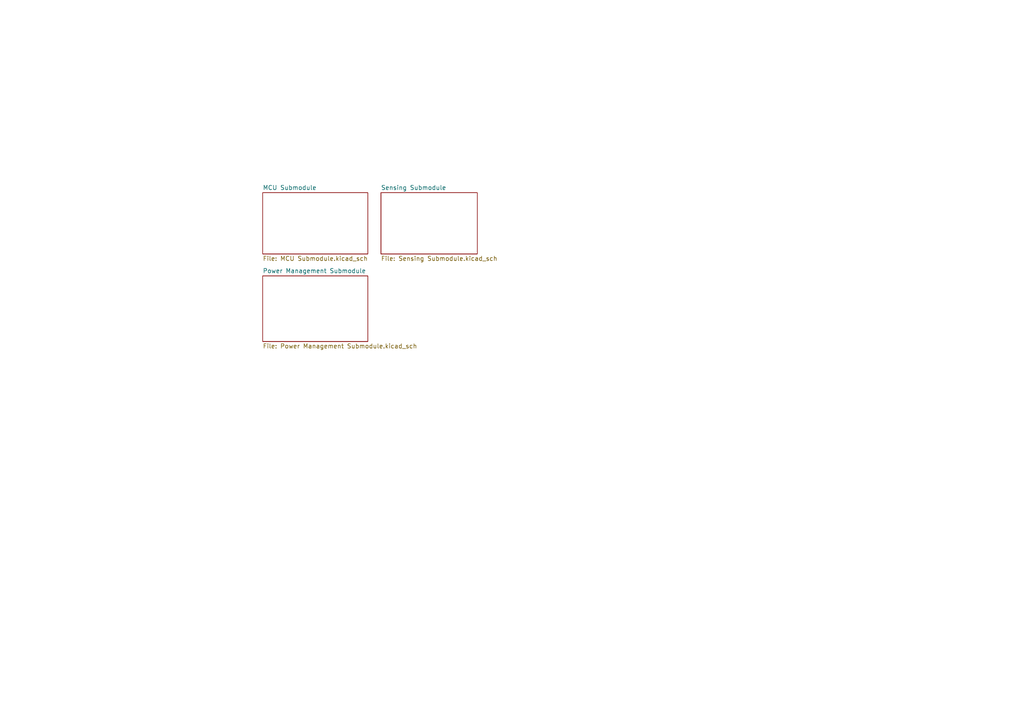
<source format=kicad_sch>
(kicad_sch (version 20230121) (generator eeschema)

  (uuid a74e31c2-fcf5-43a5-9331-08916f60248b)

  (paper "A4")

  (title_block
    (title "Enviro Sensing HAT")
    (date "2023-03-21")
    (rev "5.1")
  )

  (lib_symbols
  )


  (sheet (at 110.49 55.88) (size 27.94 17.78) (fields_autoplaced)
    (stroke (width 0.1524) (type solid))
    (fill (color 0 0 0 0.0000))
    (uuid 165e1195-d79e-4072-af51-99c852762441)
    (property "Sheetname" "Sensing Submodule" (at 110.49 55.1684 0)
      (effects (font (size 1.27 1.27)) (justify left bottom))
    )
    (property "Sheetfile" "Sensing Submodule.kicad_sch" (at 110.49 74.2446 0)
      (effects (font (size 1.27 1.27)) (justify left top))
    )
    (instances
      (project "EnviroHAT"
        (path "/a74e31c2-fcf5-43a5-9331-08916f60248b" (page "3"))
      )
    )
  )

  (sheet (at 76.2 55.88) (size 30.48 17.78) (fields_autoplaced)
    (stroke (width 0.1524) (type solid))
    (fill (color 0 0 0 0.0000))
    (uuid 1f29c7bb-3a0b-4611-ad74-2baaa71e5961)
    (property "Sheetname" "MCU Submodule" (at 76.2 55.1684 0)
      (effects (font (size 1.27 1.27)) (justify left bottom))
    )
    (property "Sheetfile" "MCU Submodule.kicad_sch" (at 76.2 74.2446 0)
      (effects (font (size 1.27 1.27)) (justify left top))
    )
    (instances
      (project "EnviroHAT"
        (path "/a74e31c2-fcf5-43a5-9331-08916f60248b" (page "2"))
      )
    )
  )

  (sheet (at 76.2 80.01) (size 30.48 19.05) (fields_autoplaced)
    (stroke (width 0.1524) (type solid))
    (fill (color 0 0 0 0.0000))
    (uuid 2be14b9c-d14d-472f-bc9b-c8a5f77e7f2d)
    (property "Sheetname" "Power Management Submodule" (at 76.2 79.2984 0)
      (effects (font (size 1.27 1.27)) (justify left bottom))
    )
    (property "Sheetfile" "Power Management Submodule.kicad_sch" (at 76.2 99.6446 0)
      (effects (font (size 1.27 1.27)) (justify left top))
    )
    (instances
      (project "EnviroHAT"
        (path "/a74e31c2-fcf5-43a5-9331-08916f60248b" (page "4"))
      )
    )
  )

  (sheet_instances
    (path "/" (page "1"))
  )
)

</source>
